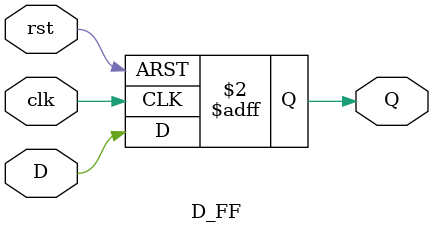
<source format=v>
module D_FF (
    D,clk,rst,Q
);

input D,clk,rst;
output Q;

reg Q;

always @(posedge clk or posedge rst) begin
    if (rst)
        Q <= 0;
    else if (clk)
        Q <= D;
end

endmodule
</source>
